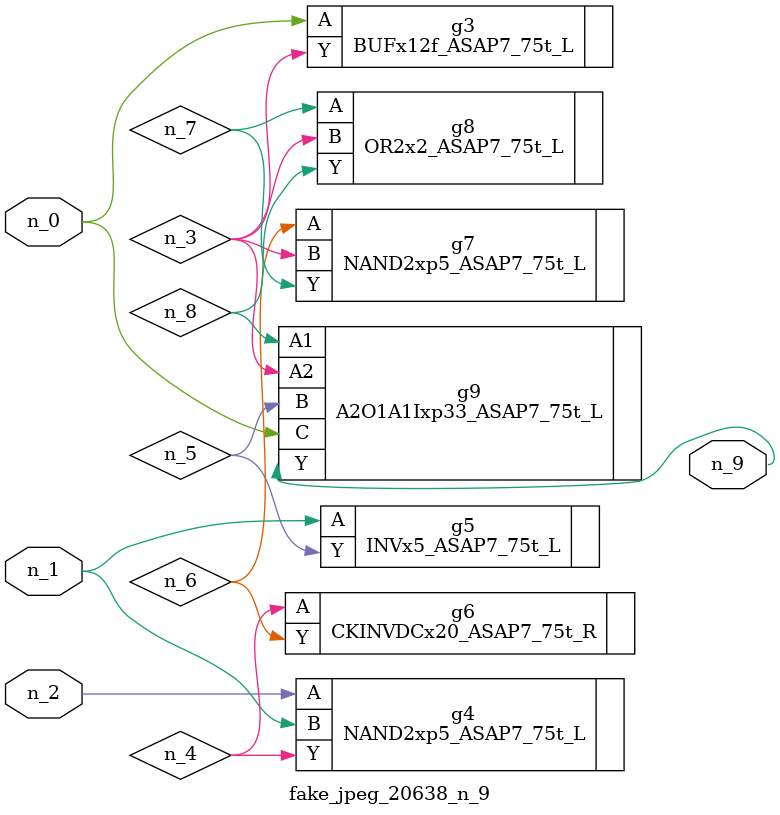
<source format=v>
module fake_jpeg_20638_n_9 (n_0, n_2, n_1, n_9);

input n_0;
input n_2;
input n_1;

output n_9;

wire n_3;
wire n_4;
wire n_8;
wire n_6;
wire n_5;
wire n_7;

BUFx12f_ASAP7_75t_L g3 ( 
.A(n_0),
.Y(n_3)
);

NAND2xp5_ASAP7_75t_L g4 ( 
.A(n_2),
.B(n_1),
.Y(n_4)
);

INVx5_ASAP7_75t_L g5 ( 
.A(n_1),
.Y(n_5)
);

CKINVDCx20_ASAP7_75t_R g6 ( 
.A(n_4),
.Y(n_6)
);

NAND2xp5_ASAP7_75t_L g7 ( 
.A(n_6),
.B(n_3),
.Y(n_7)
);

OR2x2_ASAP7_75t_L g8 ( 
.A(n_7),
.B(n_3),
.Y(n_8)
);

A2O1A1Ixp33_ASAP7_75t_L g9 ( 
.A1(n_8),
.A2(n_3),
.B(n_5),
.C(n_0),
.Y(n_9)
);


endmodule
</source>
